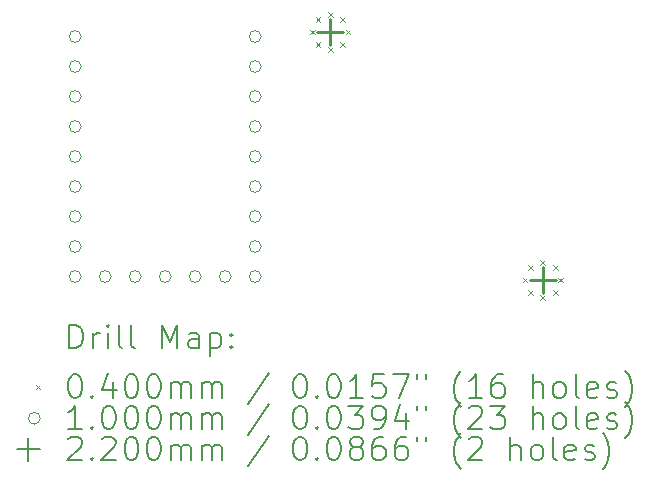
<source format=gbr>
%TF.GenerationSoftware,KiCad,Pcbnew,7.0.2*%
%TF.CreationDate,2024-03-04T12:30:04-06:00*%
%TF.ProjectId,brkn_covers,62726b6e-5f63-46f7-9665-72732e6b6963,rev?*%
%TF.SameCoordinates,Original*%
%TF.FileFunction,Drillmap*%
%TF.FilePolarity,Positive*%
%FSLAX45Y45*%
G04 Gerber Fmt 4.5, Leading zero omitted, Abs format (unit mm)*
G04 Created by KiCad (PCBNEW 7.0.2) date 2024-03-04 12:30:04*
%MOMM*%
%LPD*%
G01*
G04 APERTURE LIST*
%ADD10C,0.200000*%
%ADD11C,0.040000*%
%ADD12C,0.100000*%
%ADD13C,0.220000*%
G04 APERTURE END LIST*
D10*
D11*
X12133500Y-6541000D02*
X12173500Y-6581000D01*
X12173500Y-6541000D02*
X12133500Y-6581000D01*
X12178500Y-6436000D02*
X12218500Y-6476000D01*
X12218500Y-6436000D02*
X12178500Y-6476000D01*
X12178500Y-6646000D02*
X12218500Y-6686000D01*
X12218500Y-6646000D02*
X12178500Y-6686000D01*
X12283500Y-6391000D02*
X12323500Y-6431000D01*
X12323500Y-6391000D02*
X12283500Y-6431000D01*
X12283500Y-6691000D02*
X12323500Y-6731000D01*
X12323500Y-6691000D02*
X12283500Y-6731000D01*
X12388500Y-6436000D02*
X12428500Y-6476000D01*
X12428500Y-6436000D02*
X12388500Y-6476000D01*
X12388500Y-6646000D02*
X12428500Y-6686000D01*
X12428500Y-6646000D02*
X12388500Y-6686000D01*
X12433500Y-6541000D02*
X12473500Y-6581000D01*
X12473500Y-6541000D02*
X12433500Y-6581000D01*
X13932500Y-8640000D02*
X13972500Y-8680000D01*
X13972500Y-8640000D02*
X13932500Y-8680000D01*
X13977500Y-8535000D02*
X14017500Y-8575000D01*
X14017500Y-8535000D02*
X13977500Y-8575000D01*
X13977500Y-8745000D02*
X14017500Y-8785000D01*
X14017500Y-8745000D02*
X13977500Y-8785000D01*
X14082500Y-8490000D02*
X14122500Y-8530000D01*
X14122500Y-8490000D02*
X14082500Y-8530000D01*
X14082500Y-8790000D02*
X14122500Y-8830000D01*
X14122500Y-8790000D02*
X14082500Y-8830000D01*
X14187500Y-8535000D02*
X14227500Y-8575000D01*
X14227500Y-8535000D02*
X14187500Y-8575000D01*
X14187500Y-8745000D02*
X14227500Y-8785000D01*
X14227500Y-8745000D02*
X14187500Y-8785000D01*
X14232500Y-8640000D02*
X14272500Y-8680000D01*
X14272500Y-8640000D02*
X14232500Y-8680000D01*
D12*
X10193000Y-6599000D02*
G75*
G03*
X10193000Y-6599000I-50000J0D01*
G01*
X10193000Y-6853000D02*
G75*
G03*
X10193000Y-6853000I-50000J0D01*
G01*
X10193000Y-7107000D02*
G75*
G03*
X10193000Y-7107000I-50000J0D01*
G01*
X10193000Y-7361000D02*
G75*
G03*
X10193000Y-7361000I-50000J0D01*
G01*
X10193000Y-7615000D02*
G75*
G03*
X10193000Y-7615000I-50000J0D01*
G01*
X10193000Y-7869000D02*
G75*
G03*
X10193000Y-7869000I-50000J0D01*
G01*
X10193000Y-8123000D02*
G75*
G03*
X10193000Y-8123000I-50000J0D01*
G01*
X10193000Y-8377000D02*
G75*
G03*
X10193000Y-8377000I-50000J0D01*
G01*
X10193000Y-8631000D02*
G75*
G03*
X10193000Y-8631000I-50000J0D01*
G01*
X10447000Y-8631000D02*
G75*
G03*
X10447000Y-8631000I-50000J0D01*
G01*
X10701000Y-8631000D02*
G75*
G03*
X10701000Y-8631000I-50000J0D01*
G01*
X10955000Y-8631000D02*
G75*
G03*
X10955000Y-8631000I-50000J0D01*
G01*
X11209000Y-8631000D02*
G75*
G03*
X11209000Y-8631000I-50000J0D01*
G01*
X11463000Y-8631000D02*
G75*
G03*
X11463000Y-8631000I-50000J0D01*
G01*
X11717000Y-6599000D02*
G75*
G03*
X11717000Y-6599000I-50000J0D01*
G01*
X11717000Y-6853000D02*
G75*
G03*
X11717000Y-6853000I-50000J0D01*
G01*
X11717000Y-7107000D02*
G75*
G03*
X11717000Y-7107000I-50000J0D01*
G01*
X11717000Y-7361000D02*
G75*
G03*
X11717000Y-7361000I-50000J0D01*
G01*
X11717000Y-7615000D02*
G75*
G03*
X11717000Y-7615000I-50000J0D01*
G01*
X11717000Y-7869000D02*
G75*
G03*
X11717000Y-7869000I-50000J0D01*
G01*
X11717000Y-8123000D02*
G75*
G03*
X11717000Y-8123000I-50000J0D01*
G01*
X11717000Y-8377000D02*
G75*
G03*
X11717000Y-8377000I-50000J0D01*
G01*
X11717000Y-8631000D02*
G75*
G03*
X11717000Y-8631000I-50000J0D01*
G01*
D13*
X12303500Y-6451000D02*
X12303500Y-6671000D01*
X12193500Y-6561000D02*
X12413500Y-6561000D01*
X14102500Y-8550000D02*
X14102500Y-8770000D01*
X13992500Y-8660000D02*
X14212500Y-8660000D01*
D10*
X10094830Y-9239050D02*
X10094830Y-9039050D01*
X10094830Y-9039050D02*
X10142449Y-9039050D01*
X10142449Y-9039050D02*
X10171020Y-9048574D01*
X10171020Y-9048574D02*
X10190068Y-9067622D01*
X10190068Y-9067622D02*
X10199592Y-9086669D01*
X10199592Y-9086669D02*
X10209115Y-9124764D01*
X10209115Y-9124764D02*
X10209115Y-9153336D01*
X10209115Y-9153336D02*
X10199592Y-9191431D01*
X10199592Y-9191431D02*
X10190068Y-9210479D01*
X10190068Y-9210479D02*
X10171020Y-9229526D01*
X10171020Y-9229526D02*
X10142449Y-9239050D01*
X10142449Y-9239050D02*
X10094830Y-9239050D01*
X10294830Y-9239050D02*
X10294830Y-9105717D01*
X10294830Y-9143812D02*
X10304354Y-9124764D01*
X10304354Y-9124764D02*
X10313877Y-9115241D01*
X10313877Y-9115241D02*
X10332925Y-9105717D01*
X10332925Y-9105717D02*
X10351973Y-9105717D01*
X10418639Y-9239050D02*
X10418639Y-9105717D01*
X10418639Y-9039050D02*
X10409115Y-9048574D01*
X10409115Y-9048574D02*
X10418639Y-9058098D01*
X10418639Y-9058098D02*
X10428163Y-9048574D01*
X10428163Y-9048574D02*
X10418639Y-9039050D01*
X10418639Y-9039050D02*
X10418639Y-9058098D01*
X10542449Y-9239050D02*
X10523401Y-9229526D01*
X10523401Y-9229526D02*
X10513877Y-9210479D01*
X10513877Y-9210479D02*
X10513877Y-9039050D01*
X10647211Y-9239050D02*
X10628163Y-9229526D01*
X10628163Y-9229526D02*
X10618639Y-9210479D01*
X10618639Y-9210479D02*
X10618639Y-9039050D01*
X10875782Y-9239050D02*
X10875782Y-9039050D01*
X10875782Y-9039050D02*
X10942449Y-9181907D01*
X10942449Y-9181907D02*
X11009115Y-9039050D01*
X11009115Y-9039050D02*
X11009115Y-9239050D01*
X11190068Y-9239050D02*
X11190068Y-9134288D01*
X11190068Y-9134288D02*
X11180544Y-9115241D01*
X11180544Y-9115241D02*
X11161496Y-9105717D01*
X11161496Y-9105717D02*
X11123401Y-9105717D01*
X11123401Y-9105717D02*
X11104354Y-9115241D01*
X11190068Y-9229526D02*
X11171020Y-9239050D01*
X11171020Y-9239050D02*
X11123401Y-9239050D01*
X11123401Y-9239050D02*
X11104354Y-9229526D01*
X11104354Y-9229526D02*
X11094830Y-9210479D01*
X11094830Y-9210479D02*
X11094830Y-9191431D01*
X11094830Y-9191431D02*
X11104354Y-9172383D01*
X11104354Y-9172383D02*
X11123401Y-9162860D01*
X11123401Y-9162860D02*
X11171020Y-9162860D01*
X11171020Y-9162860D02*
X11190068Y-9153336D01*
X11285306Y-9105717D02*
X11285306Y-9305717D01*
X11285306Y-9115241D02*
X11304353Y-9105717D01*
X11304353Y-9105717D02*
X11342449Y-9105717D01*
X11342449Y-9105717D02*
X11361496Y-9115241D01*
X11361496Y-9115241D02*
X11371020Y-9124764D01*
X11371020Y-9124764D02*
X11380544Y-9143812D01*
X11380544Y-9143812D02*
X11380544Y-9200955D01*
X11380544Y-9200955D02*
X11371020Y-9220002D01*
X11371020Y-9220002D02*
X11361496Y-9229526D01*
X11361496Y-9229526D02*
X11342449Y-9239050D01*
X11342449Y-9239050D02*
X11304353Y-9239050D01*
X11304353Y-9239050D02*
X11285306Y-9229526D01*
X11466258Y-9220002D02*
X11475782Y-9229526D01*
X11475782Y-9229526D02*
X11466258Y-9239050D01*
X11466258Y-9239050D02*
X11456734Y-9229526D01*
X11456734Y-9229526D02*
X11466258Y-9220002D01*
X11466258Y-9220002D02*
X11466258Y-9239050D01*
X11466258Y-9115241D02*
X11475782Y-9124764D01*
X11475782Y-9124764D02*
X11466258Y-9134288D01*
X11466258Y-9134288D02*
X11456734Y-9124764D01*
X11456734Y-9124764D02*
X11466258Y-9115241D01*
X11466258Y-9115241D02*
X11466258Y-9134288D01*
D11*
X9807211Y-9546526D02*
X9847211Y-9586526D01*
X9847211Y-9546526D02*
X9807211Y-9586526D01*
D10*
X10132925Y-9459050D02*
X10151973Y-9459050D01*
X10151973Y-9459050D02*
X10171020Y-9468574D01*
X10171020Y-9468574D02*
X10180544Y-9478098D01*
X10180544Y-9478098D02*
X10190068Y-9497145D01*
X10190068Y-9497145D02*
X10199592Y-9535241D01*
X10199592Y-9535241D02*
X10199592Y-9582860D01*
X10199592Y-9582860D02*
X10190068Y-9620955D01*
X10190068Y-9620955D02*
X10180544Y-9640002D01*
X10180544Y-9640002D02*
X10171020Y-9649526D01*
X10171020Y-9649526D02*
X10151973Y-9659050D01*
X10151973Y-9659050D02*
X10132925Y-9659050D01*
X10132925Y-9659050D02*
X10113877Y-9649526D01*
X10113877Y-9649526D02*
X10104354Y-9640002D01*
X10104354Y-9640002D02*
X10094830Y-9620955D01*
X10094830Y-9620955D02*
X10085306Y-9582860D01*
X10085306Y-9582860D02*
X10085306Y-9535241D01*
X10085306Y-9535241D02*
X10094830Y-9497145D01*
X10094830Y-9497145D02*
X10104354Y-9478098D01*
X10104354Y-9478098D02*
X10113877Y-9468574D01*
X10113877Y-9468574D02*
X10132925Y-9459050D01*
X10285306Y-9640002D02*
X10294830Y-9649526D01*
X10294830Y-9649526D02*
X10285306Y-9659050D01*
X10285306Y-9659050D02*
X10275782Y-9649526D01*
X10275782Y-9649526D02*
X10285306Y-9640002D01*
X10285306Y-9640002D02*
X10285306Y-9659050D01*
X10466258Y-9525717D02*
X10466258Y-9659050D01*
X10418639Y-9449526D02*
X10371020Y-9592383D01*
X10371020Y-9592383D02*
X10494830Y-9592383D01*
X10609115Y-9459050D02*
X10628163Y-9459050D01*
X10628163Y-9459050D02*
X10647211Y-9468574D01*
X10647211Y-9468574D02*
X10656735Y-9478098D01*
X10656735Y-9478098D02*
X10666258Y-9497145D01*
X10666258Y-9497145D02*
X10675782Y-9535241D01*
X10675782Y-9535241D02*
X10675782Y-9582860D01*
X10675782Y-9582860D02*
X10666258Y-9620955D01*
X10666258Y-9620955D02*
X10656735Y-9640002D01*
X10656735Y-9640002D02*
X10647211Y-9649526D01*
X10647211Y-9649526D02*
X10628163Y-9659050D01*
X10628163Y-9659050D02*
X10609115Y-9659050D01*
X10609115Y-9659050D02*
X10590068Y-9649526D01*
X10590068Y-9649526D02*
X10580544Y-9640002D01*
X10580544Y-9640002D02*
X10571020Y-9620955D01*
X10571020Y-9620955D02*
X10561496Y-9582860D01*
X10561496Y-9582860D02*
X10561496Y-9535241D01*
X10561496Y-9535241D02*
X10571020Y-9497145D01*
X10571020Y-9497145D02*
X10580544Y-9478098D01*
X10580544Y-9478098D02*
X10590068Y-9468574D01*
X10590068Y-9468574D02*
X10609115Y-9459050D01*
X10799592Y-9459050D02*
X10818639Y-9459050D01*
X10818639Y-9459050D02*
X10837687Y-9468574D01*
X10837687Y-9468574D02*
X10847211Y-9478098D01*
X10847211Y-9478098D02*
X10856735Y-9497145D01*
X10856735Y-9497145D02*
X10866258Y-9535241D01*
X10866258Y-9535241D02*
X10866258Y-9582860D01*
X10866258Y-9582860D02*
X10856735Y-9620955D01*
X10856735Y-9620955D02*
X10847211Y-9640002D01*
X10847211Y-9640002D02*
X10837687Y-9649526D01*
X10837687Y-9649526D02*
X10818639Y-9659050D01*
X10818639Y-9659050D02*
X10799592Y-9659050D01*
X10799592Y-9659050D02*
X10780544Y-9649526D01*
X10780544Y-9649526D02*
X10771020Y-9640002D01*
X10771020Y-9640002D02*
X10761496Y-9620955D01*
X10761496Y-9620955D02*
X10751973Y-9582860D01*
X10751973Y-9582860D02*
X10751973Y-9535241D01*
X10751973Y-9535241D02*
X10761496Y-9497145D01*
X10761496Y-9497145D02*
X10771020Y-9478098D01*
X10771020Y-9478098D02*
X10780544Y-9468574D01*
X10780544Y-9468574D02*
X10799592Y-9459050D01*
X10951973Y-9659050D02*
X10951973Y-9525717D01*
X10951973Y-9544764D02*
X10961496Y-9535241D01*
X10961496Y-9535241D02*
X10980544Y-9525717D01*
X10980544Y-9525717D02*
X11009116Y-9525717D01*
X11009116Y-9525717D02*
X11028163Y-9535241D01*
X11028163Y-9535241D02*
X11037687Y-9554288D01*
X11037687Y-9554288D02*
X11037687Y-9659050D01*
X11037687Y-9554288D02*
X11047211Y-9535241D01*
X11047211Y-9535241D02*
X11066258Y-9525717D01*
X11066258Y-9525717D02*
X11094830Y-9525717D01*
X11094830Y-9525717D02*
X11113877Y-9535241D01*
X11113877Y-9535241D02*
X11123401Y-9554288D01*
X11123401Y-9554288D02*
X11123401Y-9659050D01*
X11218639Y-9659050D02*
X11218639Y-9525717D01*
X11218639Y-9544764D02*
X11228163Y-9535241D01*
X11228163Y-9535241D02*
X11247211Y-9525717D01*
X11247211Y-9525717D02*
X11275782Y-9525717D01*
X11275782Y-9525717D02*
X11294830Y-9535241D01*
X11294830Y-9535241D02*
X11304354Y-9554288D01*
X11304354Y-9554288D02*
X11304354Y-9659050D01*
X11304354Y-9554288D02*
X11313877Y-9535241D01*
X11313877Y-9535241D02*
X11332925Y-9525717D01*
X11332925Y-9525717D02*
X11361496Y-9525717D01*
X11361496Y-9525717D02*
X11380544Y-9535241D01*
X11380544Y-9535241D02*
X11390068Y-9554288D01*
X11390068Y-9554288D02*
X11390068Y-9659050D01*
X11780544Y-9449526D02*
X11609116Y-9706669D01*
X12037687Y-9459050D02*
X12056735Y-9459050D01*
X12056735Y-9459050D02*
X12075782Y-9468574D01*
X12075782Y-9468574D02*
X12085306Y-9478098D01*
X12085306Y-9478098D02*
X12094830Y-9497145D01*
X12094830Y-9497145D02*
X12104354Y-9535241D01*
X12104354Y-9535241D02*
X12104354Y-9582860D01*
X12104354Y-9582860D02*
X12094830Y-9620955D01*
X12094830Y-9620955D02*
X12085306Y-9640002D01*
X12085306Y-9640002D02*
X12075782Y-9649526D01*
X12075782Y-9649526D02*
X12056735Y-9659050D01*
X12056735Y-9659050D02*
X12037687Y-9659050D01*
X12037687Y-9659050D02*
X12018639Y-9649526D01*
X12018639Y-9649526D02*
X12009116Y-9640002D01*
X12009116Y-9640002D02*
X11999592Y-9620955D01*
X11999592Y-9620955D02*
X11990068Y-9582860D01*
X11990068Y-9582860D02*
X11990068Y-9535241D01*
X11990068Y-9535241D02*
X11999592Y-9497145D01*
X11999592Y-9497145D02*
X12009116Y-9478098D01*
X12009116Y-9478098D02*
X12018639Y-9468574D01*
X12018639Y-9468574D02*
X12037687Y-9459050D01*
X12190068Y-9640002D02*
X12199592Y-9649526D01*
X12199592Y-9649526D02*
X12190068Y-9659050D01*
X12190068Y-9659050D02*
X12180544Y-9649526D01*
X12180544Y-9649526D02*
X12190068Y-9640002D01*
X12190068Y-9640002D02*
X12190068Y-9659050D01*
X12323401Y-9459050D02*
X12342449Y-9459050D01*
X12342449Y-9459050D02*
X12361497Y-9468574D01*
X12361497Y-9468574D02*
X12371020Y-9478098D01*
X12371020Y-9478098D02*
X12380544Y-9497145D01*
X12380544Y-9497145D02*
X12390068Y-9535241D01*
X12390068Y-9535241D02*
X12390068Y-9582860D01*
X12390068Y-9582860D02*
X12380544Y-9620955D01*
X12380544Y-9620955D02*
X12371020Y-9640002D01*
X12371020Y-9640002D02*
X12361497Y-9649526D01*
X12361497Y-9649526D02*
X12342449Y-9659050D01*
X12342449Y-9659050D02*
X12323401Y-9659050D01*
X12323401Y-9659050D02*
X12304354Y-9649526D01*
X12304354Y-9649526D02*
X12294830Y-9640002D01*
X12294830Y-9640002D02*
X12285306Y-9620955D01*
X12285306Y-9620955D02*
X12275782Y-9582860D01*
X12275782Y-9582860D02*
X12275782Y-9535241D01*
X12275782Y-9535241D02*
X12285306Y-9497145D01*
X12285306Y-9497145D02*
X12294830Y-9478098D01*
X12294830Y-9478098D02*
X12304354Y-9468574D01*
X12304354Y-9468574D02*
X12323401Y-9459050D01*
X12580544Y-9659050D02*
X12466258Y-9659050D01*
X12523401Y-9659050D02*
X12523401Y-9459050D01*
X12523401Y-9459050D02*
X12504354Y-9487622D01*
X12504354Y-9487622D02*
X12485306Y-9506669D01*
X12485306Y-9506669D02*
X12466258Y-9516193D01*
X12761497Y-9459050D02*
X12666258Y-9459050D01*
X12666258Y-9459050D02*
X12656735Y-9554288D01*
X12656735Y-9554288D02*
X12666258Y-9544764D01*
X12666258Y-9544764D02*
X12685306Y-9535241D01*
X12685306Y-9535241D02*
X12732925Y-9535241D01*
X12732925Y-9535241D02*
X12751973Y-9544764D01*
X12751973Y-9544764D02*
X12761497Y-9554288D01*
X12761497Y-9554288D02*
X12771020Y-9573336D01*
X12771020Y-9573336D02*
X12771020Y-9620955D01*
X12771020Y-9620955D02*
X12761497Y-9640002D01*
X12761497Y-9640002D02*
X12751973Y-9649526D01*
X12751973Y-9649526D02*
X12732925Y-9659050D01*
X12732925Y-9659050D02*
X12685306Y-9659050D01*
X12685306Y-9659050D02*
X12666258Y-9649526D01*
X12666258Y-9649526D02*
X12656735Y-9640002D01*
X12837687Y-9459050D02*
X12971020Y-9459050D01*
X12971020Y-9459050D02*
X12885306Y-9659050D01*
X13037687Y-9459050D02*
X13037687Y-9497145D01*
X13113878Y-9459050D02*
X13113878Y-9497145D01*
X13409116Y-9735241D02*
X13399592Y-9725717D01*
X13399592Y-9725717D02*
X13380544Y-9697145D01*
X13380544Y-9697145D02*
X13371020Y-9678098D01*
X13371020Y-9678098D02*
X13361497Y-9649526D01*
X13361497Y-9649526D02*
X13351973Y-9601907D01*
X13351973Y-9601907D02*
X13351973Y-9563812D01*
X13351973Y-9563812D02*
X13361497Y-9516193D01*
X13361497Y-9516193D02*
X13371020Y-9487622D01*
X13371020Y-9487622D02*
X13380544Y-9468574D01*
X13380544Y-9468574D02*
X13399592Y-9440002D01*
X13399592Y-9440002D02*
X13409116Y-9430479D01*
X13590068Y-9659050D02*
X13475782Y-9659050D01*
X13532925Y-9659050D02*
X13532925Y-9459050D01*
X13532925Y-9459050D02*
X13513878Y-9487622D01*
X13513878Y-9487622D02*
X13494830Y-9506669D01*
X13494830Y-9506669D02*
X13475782Y-9516193D01*
X13761497Y-9459050D02*
X13723401Y-9459050D01*
X13723401Y-9459050D02*
X13704354Y-9468574D01*
X13704354Y-9468574D02*
X13694830Y-9478098D01*
X13694830Y-9478098D02*
X13675782Y-9506669D01*
X13675782Y-9506669D02*
X13666259Y-9544764D01*
X13666259Y-9544764D02*
X13666259Y-9620955D01*
X13666259Y-9620955D02*
X13675782Y-9640002D01*
X13675782Y-9640002D02*
X13685306Y-9649526D01*
X13685306Y-9649526D02*
X13704354Y-9659050D01*
X13704354Y-9659050D02*
X13742449Y-9659050D01*
X13742449Y-9659050D02*
X13761497Y-9649526D01*
X13761497Y-9649526D02*
X13771020Y-9640002D01*
X13771020Y-9640002D02*
X13780544Y-9620955D01*
X13780544Y-9620955D02*
X13780544Y-9573336D01*
X13780544Y-9573336D02*
X13771020Y-9554288D01*
X13771020Y-9554288D02*
X13761497Y-9544764D01*
X13761497Y-9544764D02*
X13742449Y-9535241D01*
X13742449Y-9535241D02*
X13704354Y-9535241D01*
X13704354Y-9535241D02*
X13685306Y-9544764D01*
X13685306Y-9544764D02*
X13675782Y-9554288D01*
X13675782Y-9554288D02*
X13666259Y-9573336D01*
X14018640Y-9659050D02*
X14018640Y-9459050D01*
X14104354Y-9659050D02*
X14104354Y-9554288D01*
X14104354Y-9554288D02*
X14094830Y-9535241D01*
X14094830Y-9535241D02*
X14075782Y-9525717D01*
X14075782Y-9525717D02*
X14047211Y-9525717D01*
X14047211Y-9525717D02*
X14028163Y-9535241D01*
X14028163Y-9535241D02*
X14018640Y-9544764D01*
X14228163Y-9659050D02*
X14209116Y-9649526D01*
X14209116Y-9649526D02*
X14199592Y-9640002D01*
X14199592Y-9640002D02*
X14190068Y-9620955D01*
X14190068Y-9620955D02*
X14190068Y-9563812D01*
X14190068Y-9563812D02*
X14199592Y-9544764D01*
X14199592Y-9544764D02*
X14209116Y-9535241D01*
X14209116Y-9535241D02*
X14228163Y-9525717D01*
X14228163Y-9525717D02*
X14256735Y-9525717D01*
X14256735Y-9525717D02*
X14275782Y-9535241D01*
X14275782Y-9535241D02*
X14285306Y-9544764D01*
X14285306Y-9544764D02*
X14294830Y-9563812D01*
X14294830Y-9563812D02*
X14294830Y-9620955D01*
X14294830Y-9620955D02*
X14285306Y-9640002D01*
X14285306Y-9640002D02*
X14275782Y-9649526D01*
X14275782Y-9649526D02*
X14256735Y-9659050D01*
X14256735Y-9659050D02*
X14228163Y-9659050D01*
X14409116Y-9659050D02*
X14390068Y-9649526D01*
X14390068Y-9649526D02*
X14380544Y-9630479D01*
X14380544Y-9630479D02*
X14380544Y-9459050D01*
X14561497Y-9649526D02*
X14542449Y-9659050D01*
X14542449Y-9659050D02*
X14504354Y-9659050D01*
X14504354Y-9659050D02*
X14485306Y-9649526D01*
X14485306Y-9649526D02*
X14475782Y-9630479D01*
X14475782Y-9630479D02*
X14475782Y-9554288D01*
X14475782Y-9554288D02*
X14485306Y-9535241D01*
X14485306Y-9535241D02*
X14504354Y-9525717D01*
X14504354Y-9525717D02*
X14542449Y-9525717D01*
X14542449Y-9525717D02*
X14561497Y-9535241D01*
X14561497Y-9535241D02*
X14571021Y-9554288D01*
X14571021Y-9554288D02*
X14571021Y-9573336D01*
X14571021Y-9573336D02*
X14475782Y-9592383D01*
X14647211Y-9649526D02*
X14666259Y-9659050D01*
X14666259Y-9659050D02*
X14704354Y-9659050D01*
X14704354Y-9659050D02*
X14723402Y-9649526D01*
X14723402Y-9649526D02*
X14732925Y-9630479D01*
X14732925Y-9630479D02*
X14732925Y-9620955D01*
X14732925Y-9620955D02*
X14723402Y-9601907D01*
X14723402Y-9601907D02*
X14704354Y-9592383D01*
X14704354Y-9592383D02*
X14675782Y-9592383D01*
X14675782Y-9592383D02*
X14656735Y-9582860D01*
X14656735Y-9582860D02*
X14647211Y-9563812D01*
X14647211Y-9563812D02*
X14647211Y-9554288D01*
X14647211Y-9554288D02*
X14656735Y-9535241D01*
X14656735Y-9535241D02*
X14675782Y-9525717D01*
X14675782Y-9525717D02*
X14704354Y-9525717D01*
X14704354Y-9525717D02*
X14723402Y-9535241D01*
X14799592Y-9735241D02*
X14809116Y-9725717D01*
X14809116Y-9725717D02*
X14828163Y-9697145D01*
X14828163Y-9697145D02*
X14837687Y-9678098D01*
X14837687Y-9678098D02*
X14847211Y-9649526D01*
X14847211Y-9649526D02*
X14856735Y-9601907D01*
X14856735Y-9601907D02*
X14856735Y-9563812D01*
X14856735Y-9563812D02*
X14847211Y-9516193D01*
X14847211Y-9516193D02*
X14837687Y-9487622D01*
X14837687Y-9487622D02*
X14828163Y-9468574D01*
X14828163Y-9468574D02*
X14809116Y-9440002D01*
X14809116Y-9440002D02*
X14799592Y-9430479D01*
D12*
X9847211Y-9830526D02*
G75*
G03*
X9847211Y-9830526I-50000J0D01*
G01*
D10*
X10199592Y-9923050D02*
X10085306Y-9923050D01*
X10142449Y-9923050D02*
X10142449Y-9723050D01*
X10142449Y-9723050D02*
X10123401Y-9751622D01*
X10123401Y-9751622D02*
X10104354Y-9770669D01*
X10104354Y-9770669D02*
X10085306Y-9780193D01*
X10285306Y-9904002D02*
X10294830Y-9913526D01*
X10294830Y-9913526D02*
X10285306Y-9923050D01*
X10285306Y-9923050D02*
X10275782Y-9913526D01*
X10275782Y-9913526D02*
X10285306Y-9904002D01*
X10285306Y-9904002D02*
X10285306Y-9923050D01*
X10418639Y-9723050D02*
X10437687Y-9723050D01*
X10437687Y-9723050D02*
X10456735Y-9732574D01*
X10456735Y-9732574D02*
X10466258Y-9742098D01*
X10466258Y-9742098D02*
X10475782Y-9761145D01*
X10475782Y-9761145D02*
X10485306Y-9799241D01*
X10485306Y-9799241D02*
X10485306Y-9846860D01*
X10485306Y-9846860D02*
X10475782Y-9884955D01*
X10475782Y-9884955D02*
X10466258Y-9904002D01*
X10466258Y-9904002D02*
X10456735Y-9913526D01*
X10456735Y-9913526D02*
X10437687Y-9923050D01*
X10437687Y-9923050D02*
X10418639Y-9923050D01*
X10418639Y-9923050D02*
X10399592Y-9913526D01*
X10399592Y-9913526D02*
X10390068Y-9904002D01*
X10390068Y-9904002D02*
X10380544Y-9884955D01*
X10380544Y-9884955D02*
X10371020Y-9846860D01*
X10371020Y-9846860D02*
X10371020Y-9799241D01*
X10371020Y-9799241D02*
X10380544Y-9761145D01*
X10380544Y-9761145D02*
X10390068Y-9742098D01*
X10390068Y-9742098D02*
X10399592Y-9732574D01*
X10399592Y-9732574D02*
X10418639Y-9723050D01*
X10609115Y-9723050D02*
X10628163Y-9723050D01*
X10628163Y-9723050D02*
X10647211Y-9732574D01*
X10647211Y-9732574D02*
X10656735Y-9742098D01*
X10656735Y-9742098D02*
X10666258Y-9761145D01*
X10666258Y-9761145D02*
X10675782Y-9799241D01*
X10675782Y-9799241D02*
X10675782Y-9846860D01*
X10675782Y-9846860D02*
X10666258Y-9884955D01*
X10666258Y-9884955D02*
X10656735Y-9904002D01*
X10656735Y-9904002D02*
X10647211Y-9913526D01*
X10647211Y-9913526D02*
X10628163Y-9923050D01*
X10628163Y-9923050D02*
X10609115Y-9923050D01*
X10609115Y-9923050D02*
X10590068Y-9913526D01*
X10590068Y-9913526D02*
X10580544Y-9904002D01*
X10580544Y-9904002D02*
X10571020Y-9884955D01*
X10571020Y-9884955D02*
X10561496Y-9846860D01*
X10561496Y-9846860D02*
X10561496Y-9799241D01*
X10561496Y-9799241D02*
X10571020Y-9761145D01*
X10571020Y-9761145D02*
X10580544Y-9742098D01*
X10580544Y-9742098D02*
X10590068Y-9732574D01*
X10590068Y-9732574D02*
X10609115Y-9723050D01*
X10799592Y-9723050D02*
X10818639Y-9723050D01*
X10818639Y-9723050D02*
X10837687Y-9732574D01*
X10837687Y-9732574D02*
X10847211Y-9742098D01*
X10847211Y-9742098D02*
X10856735Y-9761145D01*
X10856735Y-9761145D02*
X10866258Y-9799241D01*
X10866258Y-9799241D02*
X10866258Y-9846860D01*
X10866258Y-9846860D02*
X10856735Y-9884955D01*
X10856735Y-9884955D02*
X10847211Y-9904002D01*
X10847211Y-9904002D02*
X10837687Y-9913526D01*
X10837687Y-9913526D02*
X10818639Y-9923050D01*
X10818639Y-9923050D02*
X10799592Y-9923050D01*
X10799592Y-9923050D02*
X10780544Y-9913526D01*
X10780544Y-9913526D02*
X10771020Y-9904002D01*
X10771020Y-9904002D02*
X10761496Y-9884955D01*
X10761496Y-9884955D02*
X10751973Y-9846860D01*
X10751973Y-9846860D02*
X10751973Y-9799241D01*
X10751973Y-9799241D02*
X10761496Y-9761145D01*
X10761496Y-9761145D02*
X10771020Y-9742098D01*
X10771020Y-9742098D02*
X10780544Y-9732574D01*
X10780544Y-9732574D02*
X10799592Y-9723050D01*
X10951973Y-9923050D02*
X10951973Y-9789717D01*
X10951973Y-9808764D02*
X10961496Y-9799241D01*
X10961496Y-9799241D02*
X10980544Y-9789717D01*
X10980544Y-9789717D02*
X11009116Y-9789717D01*
X11009116Y-9789717D02*
X11028163Y-9799241D01*
X11028163Y-9799241D02*
X11037687Y-9818288D01*
X11037687Y-9818288D02*
X11037687Y-9923050D01*
X11037687Y-9818288D02*
X11047211Y-9799241D01*
X11047211Y-9799241D02*
X11066258Y-9789717D01*
X11066258Y-9789717D02*
X11094830Y-9789717D01*
X11094830Y-9789717D02*
X11113877Y-9799241D01*
X11113877Y-9799241D02*
X11123401Y-9818288D01*
X11123401Y-9818288D02*
X11123401Y-9923050D01*
X11218639Y-9923050D02*
X11218639Y-9789717D01*
X11218639Y-9808764D02*
X11228163Y-9799241D01*
X11228163Y-9799241D02*
X11247211Y-9789717D01*
X11247211Y-9789717D02*
X11275782Y-9789717D01*
X11275782Y-9789717D02*
X11294830Y-9799241D01*
X11294830Y-9799241D02*
X11304354Y-9818288D01*
X11304354Y-9818288D02*
X11304354Y-9923050D01*
X11304354Y-9818288D02*
X11313877Y-9799241D01*
X11313877Y-9799241D02*
X11332925Y-9789717D01*
X11332925Y-9789717D02*
X11361496Y-9789717D01*
X11361496Y-9789717D02*
X11380544Y-9799241D01*
X11380544Y-9799241D02*
X11390068Y-9818288D01*
X11390068Y-9818288D02*
X11390068Y-9923050D01*
X11780544Y-9713526D02*
X11609116Y-9970669D01*
X12037687Y-9723050D02*
X12056735Y-9723050D01*
X12056735Y-9723050D02*
X12075782Y-9732574D01*
X12075782Y-9732574D02*
X12085306Y-9742098D01*
X12085306Y-9742098D02*
X12094830Y-9761145D01*
X12094830Y-9761145D02*
X12104354Y-9799241D01*
X12104354Y-9799241D02*
X12104354Y-9846860D01*
X12104354Y-9846860D02*
X12094830Y-9884955D01*
X12094830Y-9884955D02*
X12085306Y-9904002D01*
X12085306Y-9904002D02*
X12075782Y-9913526D01*
X12075782Y-9913526D02*
X12056735Y-9923050D01*
X12056735Y-9923050D02*
X12037687Y-9923050D01*
X12037687Y-9923050D02*
X12018639Y-9913526D01*
X12018639Y-9913526D02*
X12009116Y-9904002D01*
X12009116Y-9904002D02*
X11999592Y-9884955D01*
X11999592Y-9884955D02*
X11990068Y-9846860D01*
X11990068Y-9846860D02*
X11990068Y-9799241D01*
X11990068Y-9799241D02*
X11999592Y-9761145D01*
X11999592Y-9761145D02*
X12009116Y-9742098D01*
X12009116Y-9742098D02*
X12018639Y-9732574D01*
X12018639Y-9732574D02*
X12037687Y-9723050D01*
X12190068Y-9904002D02*
X12199592Y-9913526D01*
X12199592Y-9913526D02*
X12190068Y-9923050D01*
X12190068Y-9923050D02*
X12180544Y-9913526D01*
X12180544Y-9913526D02*
X12190068Y-9904002D01*
X12190068Y-9904002D02*
X12190068Y-9923050D01*
X12323401Y-9723050D02*
X12342449Y-9723050D01*
X12342449Y-9723050D02*
X12361497Y-9732574D01*
X12361497Y-9732574D02*
X12371020Y-9742098D01*
X12371020Y-9742098D02*
X12380544Y-9761145D01*
X12380544Y-9761145D02*
X12390068Y-9799241D01*
X12390068Y-9799241D02*
X12390068Y-9846860D01*
X12390068Y-9846860D02*
X12380544Y-9884955D01*
X12380544Y-9884955D02*
X12371020Y-9904002D01*
X12371020Y-9904002D02*
X12361497Y-9913526D01*
X12361497Y-9913526D02*
X12342449Y-9923050D01*
X12342449Y-9923050D02*
X12323401Y-9923050D01*
X12323401Y-9923050D02*
X12304354Y-9913526D01*
X12304354Y-9913526D02*
X12294830Y-9904002D01*
X12294830Y-9904002D02*
X12285306Y-9884955D01*
X12285306Y-9884955D02*
X12275782Y-9846860D01*
X12275782Y-9846860D02*
X12275782Y-9799241D01*
X12275782Y-9799241D02*
X12285306Y-9761145D01*
X12285306Y-9761145D02*
X12294830Y-9742098D01*
X12294830Y-9742098D02*
X12304354Y-9732574D01*
X12304354Y-9732574D02*
X12323401Y-9723050D01*
X12456735Y-9723050D02*
X12580544Y-9723050D01*
X12580544Y-9723050D02*
X12513877Y-9799241D01*
X12513877Y-9799241D02*
X12542449Y-9799241D01*
X12542449Y-9799241D02*
X12561497Y-9808764D01*
X12561497Y-9808764D02*
X12571020Y-9818288D01*
X12571020Y-9818288D02*
X12580544Y-9837336D01*
X12580544Y-9837336D02*
X12580544Y-9884955D01*
X12580544Y-9884955D02*
X12571020Y-9904002D01*
X12571020Y-9904002D02*
X12561497Y-9913526D01*
X12561497Y-9913526D02*
X12542449Y-9923050D01*
X12542449Y-9923050D02*
X12485306Y-9923050D01*
X12485306Y-9923050D02*
X12466258Y-9913526D01*
X12466258Y-9913526D02*
X12456735Y-9904002D01*
X12675782Y-9923050D02*
X12713877Y-9923050D01*
X12713877Y-9923050D02*
X12732925Y-9913526D01*
X12732925Y-9913526D02*
X12742449Y-9904002D01*
X12742449Y-9904002D02*
X12761497Y-9875431D01*
X12761497Y-9875431D02*
X12771020Y-9837336D01*
X12771020Y-9837336D02*
X12771020Y-9761145D01*
X12771020Y-9761145D02*
X12761497Y-9742098D01*
X12761497Y-9742098D02*
X12751973Y-9732574D01*
X12751973Y-9732574D02*
X12732925Y-9723050D01*
X12732925Y-9723050D02*
X12694830Y-9723050D01*
X12694830Y-9723050D02*
X12675782Y-9732574D01*
X12675782Y-9732574D02*
X12666258Y-9742098D01*
X12666258Y-9742098D02*
X12656735Y-9761145D01*
X12656735Y-9761145D02*
X12656735Y-9808764D01*
X12656735Y-9808764D02*
X12666258Y-9827812D01*
X12666258Y-9827812D02*
X12675782Y-9837336D01*
X12675782Y-9837336D02*
X12694830Y-9846860D01*
X12694830Y-9846860D02*
X12732925Y-9846860D01*
X12732925Y-9846860D02*
X12751973Y-9837336D01*
X12751973Y-9837336D02*
X12761497Y-9827812D01*
X12761497Y-9827812D02*
X12771020Y-9808764D01*
X12942449Y-9789717D02*
X12942449Y-9923050D01*
X12894830Y-9713526D02*
X12847211Y-9856383D01*
X12847211Y-9856383D02*
X12971020Y-9856383D01*
X13037687Y-9723050D02*
X13037687Y-9761145D01*
X13113878Y-9723050D02*
X13113878Y-9761145D01*
X13409116Y-9999241D02*
X13399592Y-9989717D01*
X13399592Y-9989717D02*
X13380544Y-9961145D01*
X13380544Y-9961145D02*
X13371020Y-9942098D01*
X13371020Y-9942098D02*
X13361497Y-9913526D01*
X13361497Y-9913526D02*
X13351973Y-9865907D01*
X13351973Y-9865907D02*
X13351973Y-9827812D01*
X13351973Y-9827812D02*
X13361497Y-9780193D01*
X13361497Y-9780193D02*
X13371020Y-9751622D01*
X13371020Y-9751622D02*
X13380544Y-9732574D01*
X13380544Y-9732574D02*
X13399592Y-9704002D01*
X13399592Y-9704002D02*
X13409116Y-9694479D01*
X13475782Y-9742098D02*
X13485306Y-9732574D01*
X13485306Y-9732574D02*
X13504354Y-9723050D01*
X13504354Y-9723050D02*
X13551973Y-9723050D01*
X13551973Y-9723050D02*
X13571020Y-9732574D01*
X13571020Y-9732574D02*
X13580544Y-9742098D01*
X13580544Y-9742098D02*
X13590068Y-9761145D01*
X13590068Y-9761145D02*
X13590068Y-9780193D01*
X13590068Y-9780193D02*
X13580544Y-9808764D01*
X13580544Y-9808764D02*
X13466259Y-9923050D01*
X13466259Y-9923050D02*
X13590068Y-9923050D01*
X13656735Y-9723050D02*
X13780544Y-9723050D01*
X13780544Y-9723050D02*
X13713878Y-9799241D01*
X13713878Y-9799241D02*
X13742449Y-9799241D01*
X13742449Y-9799241D02*
X13761497Y-9808764D01*
X13761497Y-9808764D02*
X13771020Y-9818288D01*
X13771020Y-9818288D02*
X13780544Y-9837336D01*
X13780544Y-9837336D02*
X13780544Y-9884955D01*
X13780544Y-9884955D02*
X13771020Y-9904002D01*
X13771020Y-9904002D02*
X13761497Y-9913526D01*
X13761497Y-9913526D02*
X13742449Y-9923050D01*
X13742449Y-9923050D02*
X13685306Y-9923050D01*
X13685306Y-9923050D02*
X13666259Y-9913526D01*
X13666259Y-9913526D02*
X13656735Y-9904002D01*
X14018640Y-9923050D02*
X14018640Y-9723050D01*
X14104354Y-9923050D02*
X14104354Y-9818288D01*
X14104354Y-9818288D02*
X14094830Y-9799241D01*
X14094830Y-9799241D02*
X14075782Y-9789717D01*
X14075782Y-9789717D02*
X14047211Y-9789717D01*
X14047211Y-9789717D02*
X14028163Y-9799241D01*
X14028163Y-9799241D02*
X14018640Y-9808764D01*
X14228163Y-9923050D02*
X14209116Y-9913526D01*
X14209116Y-9913526D02*
X14199592Y-9904002D01*
X14199592Y-9904002D02*
X14190068Y-9884955D01*
X14190068Y-9884955D02*
X14190068Y-9827812D01*
X14190068Y-9827812D02*
X14199592Y-9808764D01*
X14199592Y-9808764D02*
X14209116Y-9799241D01*
X14209116Y-9799241D02*
X14228163Y-9789717D01*
X14228163Y-9789717D02*
X14256735Y-9789717D01*
X14256735Y-9789717D02*
X14275782Y-9799241D01*
X14275782Y-9799241D02*
X14285306Y-9808764D01*
X14285306Y-9808764D02*
X14294830Y-9827812D01*
X14294830Y-9827812D02*
X14294830Y-9884955D01*
X14294830Y-9884955D02*
X14285306Y-9904002D01*
X14285306Y-9904002D02*
X14275782Y-9913526D01*
X14275782Y-9913526D02*
X14256735Y-9923050D01*
X14256735Y-9923050D02*
X14228163Y-9923050D01*
X14409116Y-9923050D02*
X14390068Y-9913526D01*
X14390068Y-9913526D02*
X14380544Y-9894479D01*
X14380544Y-9894479D02*
X14380544Y-9723050D01*
X14561497Y-9913526D02*
X14542449Y-9923050D01*
X14542449Y-9923050D02*
X14504354Y-9923050D01*
X14504354Y-9923050D02*
X14485306Y-9913526D01*
X14485306Y-9913526D02*
X14475782Y-9894479D01*
X14475782Y-9894479D02*
X14475782Y-9818288D01*
X14475782Y-9818288D02*
X14485306Y-9799241D01*
X14485306Y-9799241D02*
X14504354Y-9789717D01*
X14504354Y-9789717D02*
X14542449Y-9789717D01*
X14542449Y-9789717D02*
X14561497Y-9799241D01*
X14561497Y-9799241D02*
X14571021Y-9818288D01*
X14571021Y-9818288D02*
X14571021Y-9837336D01*
X14571021Y-9837336D02*
X14475782Y-9856383D01*
X14647211Y-9913526D02*
X14666259Y-9923050D01*
X14666259Y-9923050D02*
X14704354Y-9923050D01*
X14704354Y-9923050D02*
X14723402Y-9913526D01*
X14723402Y-9913526D02*
X14732925Y-9894479D01*
X14732925Y-9894479D02*
X14732925Y-9884955D01*
X14732925Y-9884955D02*
X14723402Y-9865907D01*
X14723402Y-9865907D02*
X14704354Y-9856383D01*
X14704354Y-9856383D02*
X14675782Y-9856383D01*
X14675782Y-9856383D02*
X14656735Y-9846860D01*
X14656735Y-9846860D02*
X14647211Y-9827812D01*
X14647211Y-9827812D02*
X14647211Y-9818288D01*
X14647211Y-9818288D02*
X14656735Y-9799241D01*
X14656735Y-9799241D02*
X14675782Y-9789717D01*
X14675782Y-9789717D02*
X14704354Y-9789717D01*
X14704354Y-9789717D02*
X14723402Y-9799241D01*
X14799592Y-9999241D02*
X14809116Y-9989717D01*
X14809116Y-9989717D02*
X14828163Y-9961145D01*
X14828163Y-9961145D02*
X14837687Y-9942098D01*
X14837687Y-9942098D02*
X14847211Y-9913526D01*
X14847211Y-9913526D02*
X14856735Y-9865907D01*
X14856735Y-9865907D02*
X14856735Y-9827812D01*
X14856735Y-9827812D02*
X14847211Y-9780193D01*
X14847211Y-9780193D02*
X14837687Y-9751622D01*
X14837687Y-9751622D02*
X14828163Y-9732574D01*
X14828163Y-9732574D02*
X14809116Y-9704002D01*
X14809116Y-9704002D02*
X14799592Y-9694479D01*
X9747211Y-9994526D02*
X9747211Y-10194526D01*
X9647211Y-10094526D02*
X9847211Y-10094526D01*
X10085306Y-10006098D02*
X10094830Y-9996574D01*
X10094830Y-9996574D02*
X10113877Y-9987050D01*
X10113877Y-9987050D02*
X10161496Y-9987050D01*
X10161496Y-9987050D02*
X10180544Y-9996574D01*
X10180544Y-9996574D02*
X10190068Y-10006098D01*
X10190068Y-10006098D02*
X10199592Y-10025145D01*
X10199592Y-10025145D02*
X10199592Y-10044193D01*
X10199592Y-10044193D02*
X10190068Y-10072764D01*
X10190068Y-10072764D02*
X10075782Y-10187050D01*
X10075782Y-10187050D02*
X10199592Y-10187050D01*
X10285306Y-10168002D02*
X10294830Y-10177526D01*
X10294830Y-10177526D02*
X10285306Y-10187050D01*
X10285306Y-10187050D02*
X10275782Y-10177526D01*
X10275782Y-10177526D02*
X10285306Y-10168002D01*
X10285306Y-10168002D02*
X10285306Y-10187050D01*
X10371020Y-10006098D02*
X10380544Y-9996574D01*
X10380544Y-9996574D02*
X10399592Y-9987050D01*
X10399592Y-9987050D02*
X10447211Y-9987050D01*
X10447211Y-9987050D02*
X10466258Y-9996574D01*
X10466258Y-9996574D02*
X10475782Y-10006098D01*
X10475782Y-10006098D02*
X10485306Y-10025145D01*
X10485306Y-10025145D02*
X10485306Y-10044193D01*
X10485306Y-10044193D02*
X10475782Y-10072764D01*
X10475782Y-10072764D02*
X10361496Y-10187050D01*
X10361496Y-10187050D02*
X10485306Y-10187050D01*
X10609115Y-9987050D02*
X10628163Y-9987050D01*
X10628163Y-9987050D02*
X10647211Y-9996574D01*
X10647211Y-9996574D02*
X10656735Y-10006098D01*
X10656735Y-10006098D02*
X10666258Y-10025145D01*
X10666258Y-10025145D02*
X10675782Y-10063241D01*
X10675782Y-10063241D02*
X10675782Y-10110860D01*
X10675782Y-10110860D02*
X10666258Y-10148955D01*
X10666258Y-10148955D02*
X10656735Y-10168002D01*
X10656735Y-10168002D02*
X10647211Y-10177526D01*
X10647211Y-10177526D02*
X10628163Y-10187050D01*
X10628163Y-10187050D02*
X10609115Y-10187050D01*
X10609115Y-10187050D02*
X10590068Y-10177526D01*
X10590068Y-10177526D02*
X10580544Y-10168002D01*
X10580544Y-10168002D02*
X10571020Y-10148955D01*
X10571020Y-10148955D02*
X10561496Y-10110860D01*
X10561496Y-10110860D02*
X10561496Y-10063241D01*
X10561496Y-10063241D02*
X10571020Y-10025145D01*
X10571020Y-10025145D02*
X10580544Y-10006098D01*
X10580544Y-10006098D02*
X10590068Y-9996574D01*
X10590068Y-9996574D02*
X10609115Y-9987050D01*
X10799592Y-9987050D02*
X10818639Y-9987050D01*
X10818639Y-9987050D02*
X10837687Y-9996574D01*
X10837687Y-9996574D02*
X10847211Y-10006098D01*
X10847211Y-10006098D02*
X10856735Y-10025145D01*
X10856735Y-10025145D02*
X10866258Y-10063241D01*
X10866258Y-10063241D02*
X10866258Y-10110860D01*
X10866258Y-10110860D02*
X10856735Y-10148955D01*
X10856735Y-10148955D02*
X10847211Y-10168002D01*
X10847211Y-10168002D02*
X10837687Y-10177526D01*
X10837687Y-10177526D02*
X10818639Y-10187050D01*
X10818639Y-10187050D02*
X10799592Y-10187050D01*
X10799592Y-10187050D02*
X10780544Y-10177526D01*
X10780544Y-10177526D02*
X10771020Y-10168002D01*
X10771020Y-10168002D02*
X10761496Y-10148955D01*
X10761496Y-10148955D02*
X10751973Y-10110860D01*
X10751973Y-10110860D02*
X10751973Y-10063241D01*
X10751973Y-10063241D02*
X10761496Y-10025145D01*
X10761496Y-10025145D02*
X10771020Y-10006098D01*
X10771020Y-10006098D02*
X10780544Y-9996574D01*
X10780544Y-9996574D02*
X10799592Y-9987050D01*
X10951973Y-10187050D02*
X10951973Y-10053717D01*
X10951973Y-10072764D02*
X10961496Y-10063241D01*
X10961496Y-10063241D02*
X10980544Y-10053717D01*
X10980544Y-10053717D02*
X11009116Y-10053717D01*
X11009116Y-10053717D02*
X11028163Y-10063241D01*
X11028163Y-10063241D02*
X11037687Y-10082288D01*
X11037687Y-10082288D02*
X11037687Y-10187050D01*
X11037687Y-10082288D02*
X11047211Y-10063241D01*
X11047211Y-10063241D02*
X11066258Y-10053717D01*
X11066258Y-10053717D02*
X11094830Y-10053717D01*
X11094830Y-10053717D02*
X11113877Y-10063241D01*
X11113877Y-10063241D02*
X11123401Y-10082288D01*
X11123401Y-10082288D02*
X11123401Y-10187050D01*
X11218639Y-10187050D02*
X11218639Y-10053717D01*
X11218639Y-10072764D02*
X11228163Y-10063241D01*
X11228163Y-10063241D02*
X11247211Y-10053717D01*
X11247211Y-10053717D02*
X11275782Y-10053717D01*
X11275782Y-10053717D02*
X11294830Y-10063241D01*
X11294830Y-10063241D02*
X11304354Y-10082288D01*
X11304354Y-10082288D02*
X11304354Y-10187050D01*
X11304354Y-10082288D02*
X11313877Y-10063241D01*
X11313877Y-10063241D02*
X11332925Y-10053717D01*
X11332925Y-10053717D02*
X11361496Y-10053717D01*
X11361496Y-10053717D02*
X11380544Y-10063241D01*
X11380544Y-10063241D02*
X11390068Y-10082288D01*
X11390068Y-10082288D02*
X11390068Y-10187050D01*
X11780544Y-9977526D02*
X11609116Y-10234669D01*
X12037687Y-9987050D02*
X12056735Y-9987050D01*
X12056735Y-9987050D02*
X12075782Y-9996574D01*
X12075782Y-9996574D02*
X12085306Y-10006098D01*
X12085306Y-10006098D02*
X12094830Y-10025145D01*
X12094830Y-10025145D02*
X12104354Y-10063241D01*
X12104354Y-10063241D02*
X12104354Y-10110860D01*
X12104354Y-10110860D02*
X12094830Y-10148955D01*
X12094830Y-10148955D02*
X12085306Y-10168002D01*
X12085306Y-10168002D02*
X12075782Y-10177526D01*
X12075782Y-10177526D02*
X12056735Y-10187050D01*
X12056735Y-10187050D02*
X12037687Y-10187050D01*
X12037687Y-10187050D02*
X12018639Y-10177526D01*
X12018639Y-10177526D02*
X12009116Y-10168002D01*
X12009116Y-10168002D02*
X11999592Y-10148955D01*
X11999592Y-10148955D02*
X11990068Y-10110860D01*
X11990068Y-10110860D02*
X11990068Y-10063241D01*
X11990068Y-10063241D02*
X11999592Y-10025145D01*
X11999592Y-10025145D02*
X12009116Y-10006098D01*
X12009116Y-10006098D02*
X12018639Y-9996574D01*
X12018639Y-9996574D02*
X12037687Y-9987050D01*
X12190068Y-10168002D02*
X12199592Y-10177526D01*
X12199592Y-10177526D02*
X12190068Y-10187050D01*
X12190068Y-10187050D02*
X12180544Y-10177526D01*
X12180544Y-10177526D02*
X12190068Y-10168002D01*
X12190068Y-10168002D02*
X12190068Y-10187050D01*
X12323401Y-9987050D02*
X12342449Y-9987050D01*
X12342449Y-9987050D02*
X12361497Y-9996574D01*
X12361497Y-9996574D02*
X12371020Y-10006098D01*
X12371020Y-10006098D02*
X12380544Y-10025145D01*
X12380544Y-10025145D02*
X12390068Y-10063241D01*
X12390068Y-10063241D02*
X12390068Y-10110860D01*
X12390068Y-10110860D02*
X12380544Y-10148955D01*
X12380544Y-10148955D02*
X12371020Y-10168002D01*
X12371020Y-10168002D02*
X12361497Y-10177526D01*
X12361497Y-10177526D02*
X12342449Y-10187050D01*
X12342449Y-10187050D02*
X12323401Y-10187050D01*
X12323401Y-10187050D02*
X12304354Y-10177526D01*
X12304354Y-10177526D02*
X12294830Y-10168002D01*
X12294830Y-10168002D02*
X12285306Y-10148955D01*
X12285306Y-10148955D02*
X12275782Y-10110860D01*
X12275782Y-10110860D02*
X12275782Y-10063241D01*
X12275782Y-10063241D02*
X12285306Y-10025145D01*
X12285306Y-10025145D02*
X12294830Y-10006098D01*
X12294830Y-10006098D02*
X12304354Y-9996574D01*
X12304354Y-9996574D02*
X12323401Y-9987050D01*
X12504354Y-10072764D02*
X12485306Y-10063241D01*
X12485306Y-10063241D02*
X12475782Y-10053717D01*
X12475782Y-10053717D02*
X12466258Y-10034669D01*
X12466258Y-10034669D02*
X12466258Y-10025145D01*
X12466258Y-10025145D02*
X12475782Y-10006098D01*
X12475782Y-10006098D02*
X12485306Y-9996574D01*
X12485306Y-9996574D02*
X12504354Y-9987050D01*
X12504354Y-9987050D02*
X12542449Y-9987050D01*
X12542449Y-9987050D02*
X12561497Y-9996574D01*
X12561497Y-9996574D02*
X12571020Y-10006098D01*
X12571020Y-10006098D02*
X12580544Y-10025145D01*
X12580544Y-10025145D02*
X12580544Y-10034669D01*
X12580544Y-10034669D02*
X12571020Y-10053717D01*
X12571020Y-10053717D02*
X12561497Y-10063241D01*
X12561497Y-10063241D02*
X12542449Y-10072764D01*
X12542449Y-10072764D02*
X12504354Y-10072764D01*
X12504354Y-10072764D02*
X12485306Y-10082288D01*
X12485306Y-10082288D02*
X12475782Y-10091812D01*
X12475782Y-10091812D02*
X12466258Y-10110860D01*
X12466258Y-10110860D02*
X12466258Y-10148955D01*
X12466258Y-10148955D02*
X12475782Y-10168002D01*
X12475782Y-10168002D02*
X12485306Y-10177526D01*
X12485306Y-10177526D02*
X12504354Y-10187050D01*
X12504354Y-10187050D02*
X12542449Y-10187050D01*
X12542449Y-10187050D02*
X12561497Y-10177526D01*
X12561497Y-10177526D02*
X12571020Y-10168002D01*
X12571020Y-10168002D02*
X12580544Y-10148955D01*
X12580544Y-10148955D02*
X12580544Y-10110860D01*
X12580544Y-10110860D02*
X12571020Y-10091812D01*
X12571020Y-10091812D02*
X12561497Y-10082288D01*
X12561497Y-10082288D02*
X12542449Y-10072764D01*
X12751973Y-9987050D02*
X12713877Y-9987050D01*
X12713877Y-9987050D02*
X12694830Y-9996574D01*
X12694830Y-9996574D02*
X12685306Y-10006098D01*
X12685306Y-10006098D02*
X12666258Y-10034669D01*
X12666258Y-10034669D02*
X12656735Y-10072764D01*
X12656735Y-10072764D02*
X12656735Y-10148955D01*
X12656735Y-10148955D02*
X12666258Y-10168002D01*
X12666258Y-10168002D02*
X12675782Y-10177526D01*
X12675782Y-10177526D02*
X12694830Y-10187050D01*
X12694830Y-10187050D02*
X12732925Y-10187050D01*
X12732925Y-10187050D02*
X12751973Y-10177526D01*
X12751973Y-10177526D02*
X12761497Y-10168002D01*
X12761497Y-10168002D02*
X12771020Y-10148955D01*
X12771020Y-10148955D02*
X12771020Y-10101336D01*
X12771020Y-10101336D02*
X12761497Y-10082288D01*
X12761497Y-10082288D02*
X12751973Y-10072764D01*
X12751973Y-10072764D02*
X12732925Y-10063241D01*
X12732925Y-10063241D02*
X12694830Y-10063241D01*
X12694830Y-10063241D02*
X12675782Y-10072764D01*
X12675782Y-10072764D02*
X12666258Y-10082288D01*
X12666258Y-10082288D02*
X12656735Y-10101336D01*
X12942449Y-9987050D02*
X12904354Y-9987050D01*
X12904354Y-9987050D02*
X12885306Y-9996574D01*
X12885306Y-9996574D02*
X12875782Y-10006098D01*
X12875782Y-10006098D02*
X12856735Y-10034669D01*
X12856735Y-10034669D02*
X12847211Y-10072764D01*
X12847211Y-10072764D02*
X12847211Y-10148955D01*
X12847211Y-10148955D02*
X12856735Y-10168002D01*
X12856735Y-10168002D02*
X12866258Y-10177526D01*
X12866258Y-10177526D02*
X12885306Y-10187050D01*
X12885306Y-10187050D02*
X12923401Y-10187050D01*
X12923401Y-10187050D02*
X12942449Y-10177526D01*
X12942449Y-10177526D02*
X12951973Y-10168002D01*
X12951973Y-10168002D02*
X12961497Y-10148955D01*
X12961497Y-10148955D02*
X12961497Y-10101336D01*
X12961497Y-10101336D02*
X12951973Y-10082288D01*
X12951973Y-10082288D02*
X12942449Y-10072764D01*
X12942449Y-10072764D02*
X12923401Y-10063241D01*
X12923401Y-10063241D02*
X12885306Y-10063241D01*
X12885306Y-10063241D02*
X12866258Y-10072764D01*
X12866258Y-10072764D02*
X12856735Y-10082288D01*
X12856735Y-10082288D02*
X12847211Y-10101336D01*
X13037687Y-9987050D02*
X13037687Y-10025145D01*
X13113878Y-9987050D02*
X13113878Y-10025145D01*
X13409116Y-10263241D02*
X13399592Y-10253717D01*
X13399592Y-10253717D02*
X13380544Y-10225145D01*
X13380544Y-10225145D02*
X13371020Y-10206098D01*
X13371020Y-10206098D02*
X13361497Y-10177526D01*
X13361497Y-10177526D02*
X13351973Y-10129907D01*
X13351973Y-10129907D02*
X13351973Y-10091812D01*
X13351973Y-10091812D02*
X13361497Y-10044193D01*
X13361497Y-10044193D02*
X13371020Y-10015622D01*
X13371020Y-10015622D02*
X13380544Y-9996574D01*
X13380544Y-9996574D02*
X13399592Y-9968002D01*
X13399592Y-9968002D02*
X13409116Y-9958479D01*
X13475782Y-10006098D02*
X13485306Y-9996574D01*
X13485306Y-9996574D02*
X13504354Y-9987050D01*
X13504354Y-9987050D02*
X13551973Y-9987050D01*
X13551973Y-9987050D02*
X13571020Y-9996574D01*
X13571020Y-9996574D02*
X13580544Y-10006098D01*
X13580544Y-10006098D02*
X13590068Y-10025145D01*
X13590068Y-10025145D02*
X13590068Y-10044193D01*
X13590068Y-10044193D02*
X13580544Y-10072764D01*
X13580544Y-10072764D02*
X13466259Y-10187050D01*
X13466259Y-10187050D02*
X13590068Y-10187050D01*
X13828163Y-10187050D02*
X13828163Y-9987050D01*
X13913878Y-10187050D02*
X13913878Y-10082288D01*
X13913878Y-10082288D02*
X13904354Y-10063241D01*
X13904354Y-10063241D02*
X13885306Y-10053717D01*
X13885306Y-10053717D02*
X13856735Y-10053717D01*
X13856735Y-10053717D02*
X13837687Y-10063241D01*
X13837687Y-10063241D02*
X13828163Y-10072764D01*
X14037687Y-10187050D02*
X14018640Y-10177526D01*
X14018640Y-10177526D02*
X14009116Y-10168002D01*
X14009116Y-10168002D02*
X13999592Y-10148955D01*
X13999592Y-10148955D02*
X13999592Y-10091812D01*
X13999592Y-10091812D02*
X14009116Y-10072764D01*
X14009116Y-10072764D02*
X14018640Y-10063241D01*
X14018640Y-10063241D02*
X14037687Y-10053717D01*
X14037687Y-10053717D02*
X14066259Y-10053717D01*
X14066259Y-10053717D02*
X14085306Y-10063241D01*
X14085306Y-10063241D02*
X14094830Y-10072764D01*
X14094830Y-10072764D02*
X14104354Y-10091812D01*
X14104354Y-10091812D02*
X14104354Y-10148955D01*
X14104354Y-10148955D02*
X14094830Y-10168002D01*
X14094830Y-10168002D02*
X14085306Y-10177526D01*
X14085306Y-10177526D02*
X14066259Y-10187050D01*
X14066259Y-10187050D02*
X14037687Y-10187050D01*
X14218640Y-10187050D02*
X14199592Y-10177526D01*
X14199592Y-10177526D02*
X14190068Y-10158479D01*
X14190068Y-10158479D02*
X14190068Y-9987050D01*
X14371021Y-10177526D02*
X14351973Y-10187050D01*
X14351973Y-10187050D02*
X14313878Y-10187050D01*
X14313878Y-10187050D02*
X14294830Y-10177526D01*
X14294830Y-10177526D02*
X14285306Y-10158479D01*
X14285306Y-10158479D02*
X14285306Y-10082288D01*
X14285306Y-10082288D02*
X14294830Y-10063241D01*
X14294830Y-10063241D02*
X14313878Y-10053717D01*
X14313878Y-10053717D02*
X14351973Y-10053717D01*
X14351973Y-10053717D02*
X14371021Y-10063241D01*
X14371021Y-10063241D02*
X14380544Y-10082288D01*
X14380544Y-10082288D02*
X14380544Y-10101336D01*
X14380544Y-10101336D02*
X14285306Y-10120383D01*
X14456735Y-10177526D02*
X14475782Y-10187050D01*
X14475782Y-10187050D02*
X14513878Y-10187050D01*
X14513878Y-10187050D02*
X14532925Y-10177526D01*
X14532925Y-10177526D02*
X14542449Y-10158479D01*
X14542449Y-10158479D02*
X14542449Y-10148955D01*
X14542449Y-10148955D02*
X14532925Y-10129907D01*
X14532925Y-10129907D02*
X14513878Y-10120383D01*
X14513878Y-10120383D02*
X14485306Y-10120383D01*
X14485306Y-10120383D02*
X14466259Y-10110860D01*
X14466259Y-10110860D02*
X14456735Y-10091812D01*
X14456735Y-10091812D02*
X14456735Y-10082288D01*
X14456735Y-10082288D02*
X14466259Y-10063241D01*
X14466259Y-10063241D02*
X14485306Y-10053717D01*
X14485306Y-10053717D02*
X14513878Y-10053717D01*
X14513878Y-10053717D02*
X14532925Y-10063241D01*
X14609116Y-10263241D02*
X14618640Y-10253717D01*
X14618640Y-10253717D02*
X14637687Y-10225145D01*
X14637687Y-10225145D02*
X14647211Y-10206098D01*
X14647211Y-10206098D02*
X14656735Y-10177526D01*
X14656735Y-10177526D02*
X14666259Y-10129907D01*
X14666259Y-10129907D02*
X14666259Y-10091812D01*
X14666259Y-10091812D02*
X14656735Y-10044193D01*
X14656735Y-10044193D02*
X14647211Y-10015622D01*
X14647211Y-10015622D02*
X14637687Y-9996574D01*
X14637687Y-9996574D02*
X14618640Y-9968002D01*
X14618640Y-9968002D02*
X14609116Y-9958479D01*
M02*

</source>
